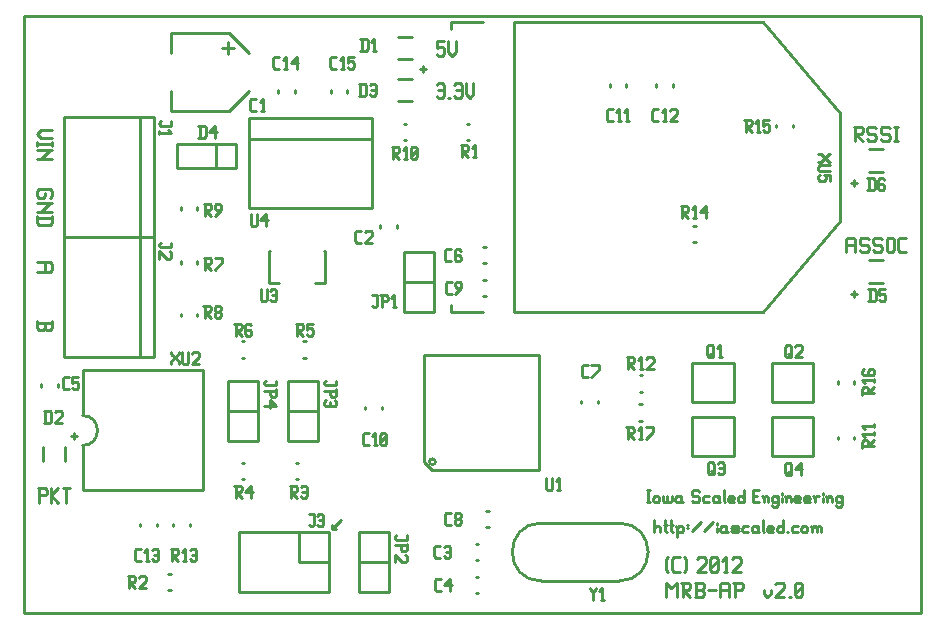
<source format=gbr>
G04 start of page 7 for group -4079 idx -4079 *
G04 Title: (unknown), topsilk *
G04 Creator: pcb 20110918 *
G04 CreationDate: Thu 28 Mar 2013 10:59:42 PM GMT UTC *
G04 For: railfan *
G04 Format: Gerber/RS-274X *
G04 PCB-Dimensions: 300000 200000 *
G04 PCB-Coordinate-Origin: lower left *
%MOIN*%
%FSLAX25Y25*%
%LNTOPSILK*%
%ADD87C,0.0100*%
G54D87*X500Y199500D02*Y500D01*
X17000Y60500D02*Y58500D01*
X16000Y59500D02*X18000D01*
X500Y199500D02*X299500D01*
X133500Y183000D02*Y181000D01*
X103000Y28500D02*Y30000D01*
Y28500D02*X104500D01*
X103000D02*X106000Y31500D01*
X500Y500D02*X299500D01*
X132500Y182000D02*X134500D01*
X277000Y145000D02*Y143000D01*
X276000Y144000D02*X278000D01*
X299500Y500D02*Y199500D01*
X277000Y108000D02*Y106000D01*
X276000Y107000D02*X278000D01*
X247000Y8340D02*Y7120D01*
X248220Y5900D01*
X249440Y7120D01*
Y8340D02*Y7120D01*
X250904Y10170D02*X251514Y10780D01*
X253344D01*
X253954Y10170D01*
Y8950D01*
X250904Y5900D02*X253954Y8950D01*
X250904Y5900D02*X253954D01*
X255418D02*X256028D01*
X257492Y6510D02*X258102Y5900D01*
X257492Y10170D02*Y6510D01*
Y10170D02*X258102Y10780D01*
X259322D01*
X259932Y10170D01*
Y6510D01*
X259322Y5900D02*X259932Y6510D01*
X258102Y5900D02*X259322D01*
X257492Y7120D02*X259932Y9560D01*
X274500Y125170D02*Y120900D01*
Y125170D02*X275110Y125780D01*
X276940D01*
X277550Y125170D01*
Y120900D01*
X274500Y123340D02*X277550D01*
X281454Y125780D02*X282064Y125170D01*
X279624Y125780D02*X281454D01*
X279014Y125170D02*X279624Y125780D01*
X279014Y125170D02*Y123950D01*
X279624Y123340D01*
X281454D01*
X282064Y122730D01*
Y121510D01*
X281454Y120900D02*X282064Y121510D01*
X279624Y120900D02*X281454D01*
X279014Y121510D02*X279624Y120900D01*
X285968Y125780D02*X286578Y125170D01*
X284138Y125780D02*X285968D01*
X283528Y125170D02*X284138Y125780D01*
X283528Y125170D02*Y123950D01*
X284138Y123340D01*
X285968D01*
X286578Y122730D01*
Y121510D01*
X285968Y120900D02*X286578Y121510D01*
X284138Y120900D02*X285968D01*
X283528Y121510D02*X284138Y120900D01*
X288042Y125170D02*Y121510D01*
Y125170D02*X288652Y125780D01*
X289872D01*
X290482Y125170D01*
Y121510D01*
X289872Y120900D02*X290482Y121510D01*
X288652Y120900D02*X289872D01*
X288042Y121510D02*X288652Y120900D01*
X292556D02*X294386D01*
X291946Y121510D02*X292556Y120900D01*
X291946Y125170D02*Y121510D01*
Y125170D02*X292556Y125780D01*
X294386D01*
X6120Y161500D02*X9780D01*
X6120D02*X4900Y160280D01*
X6120Y159060D01*
X9780D01*
Y157596D02*Y156376D01*
X4900Y156986D02*X9780D01*
X4900Y157596D02*Y156376D01*
Y154912D02*X9780D01*
X9170D02*X9780D01*
X9170D02*X6120Y151862D01*
X4900D02*X9780D01*
Y139560D02*X9170Y138950D01*
X9780Y141390D02*Y139560D01*
X9170Y142000D02*X9780Y141390D01*
X5510Y142000D02*X9170D01*
X5510D02*X4900Y141390D01*
Y139560D01*
X5510Y138950D01*
X6730D01*
X7340Y139560D02*X6730Y138950D01*
X7340Y140780D02*Y139560D01*
X4900Y137486D02*X9780D01*
X9170D02*X9780D01*
X9170D02*X6120Y134436D01*
X4900D02*X9780D01*
X4900Y132362D02*X9780D01*
Y130532D02*X9170Y129922D01*
X5510D02*X9170D01*
X4900Y130532D02*X5510Y129922D01*
X4900Y132972D02*Y130532D01*
X9780Y132972D02*Y130532D01*
X5610Y42280D02*Y37400D01*
X5000Y42280D02*X7440D01*
X8050Y41670D01*
Y40450D01*
X7440Y39840D02*X8050Y40450D01*
X5610Y39840D02*X7440D01*
X9514Y42280D02*Y37400D01*
Y39840D02*X11954Y42280D01*
X9514Y39840D02*X11954Y37400D01*
X13418Y42280D02*X15858D01*
X14638D02*Y37400D01*
X4900Y98000D02*Y95560D01*
X5510Y94950D01*
X6730D01*
X7340Y95560D02*X6730Y94950D01*
X7340Y97390D02*Y95560D01*
X4900Y97390D02*X9780D01*
Y98000D02*Y95560D01*
X9170Y94950D01*
X7950D02*X9170D01*
X7340Y95560D02*X7950Y94950D01*
X4900Y117500D02*X9170D01*
X9780Y116890D01*
Y115060D01*
X9170Y114450D01*
X4900D02*X9170D01*
X7340Y117500D02*Y114450D01*
X138000Y176670D02*X138610Y177280D01*
X139830D01*
X140440Y176670D01*
Y173010D01*
X139830Y172400D02*X140440Y173010D01*
X138610Y172400D02*X139830D01*
X138000Y173010D02*X138610Y172400D01*
Y174840D02*X140440D01*
X141904Y172400D02*X142514D01*
X143978Y176670D02*X144588Y177280D01*
X145808D01*
X146418Y176670D01*
Y173010D01*
X145808Y172400D02*X146418Y173010D01*
X144588Y172400D02*X145808D01*
X143978Y173010D02*X144588Y172400D01*
Y174840D02*X146418D01*
X147882Y177280D02*Y173620D01*
X149102Y172400D01*
X150322Y173620D01*
Y177280D02*Y173620D01*
X138000Y191280D02*X140440D01*
X138000D02*Y188840D01*
X138610Y189450D01*
X139830D01*
X140440Y188840D01*
Y187010D01*
X139830Y186400D02*X140440Y187010D01*
X138610Y186400D02*X139830D01*
X138000Y187010D02*X138610Y186400D01*
X141904Y191280D02*Y187620D01*
X143124Y186400D01*
X144344Y187620D01*
Y191280D02*Y187620D01*
X210500Y31500D02*Y27500D01*
Y29000D02*X211000Y29500D01*
X212000D01*
X212500Y29000D01*
Y27500D01*
X214200Y31500D02*Y28000D01*
X214700Y27500D01*
X213700Y30000D02*X214700D01*
X216200Y31500D02*Y28000D01*
X216700Y27500D01*
X215700Y30000D02*X216700D01*
X218200Y29000D02*Y26000D01*
X217700Y29500D02*X218200Y29000D01*
X218700Y29500D01*
X219700D01*
X220200Y29000D01*
Y28000D01*
X219700Y27500D02*X220200Y28000D01*
X218700Y27500D02*X219700D01*
X218200Y28000D02*X218700Y27500D01*
X221400Y30000D02*X221900D01*
X221400Y29000D02*X221900D01*
X223100Y28000D02*X226100Y31000D01*
X227300Y28000D02*X230300Y31000D01*
X231500Y30500D02*Y30000D01*
Y29000D02*Y27500D01*
X234000Y29500D02*X234500Y29000D01*
X233000Y29500D02*X234000D01*
X232500Y29000D02*X233000Y29500D01*
X232500Y29000D02*Y28000D01*
X233000Y27500D01*
X234500Y29500D02*Y28000D01*
X235000Y27500D01*
X233000D02*X234000D01*
X234500Y28000D01*
X236700Y27500D02*X238200D01*
X238700Y28000D01*
X238200Y28500D02*X238700Y28000D01*
X236700Y28500D02*X238200D01*
X236200Y29000D02*X236700Y28500D01*
X236200Y29000D02*X236700Y29500D01*
X238200D01*
X238700Y29000D01*
X236200Y28000D02*X236700Y27500D01*
X240400Y29500D02*X241900D01*
X239900Y29000D02*X240400Y29500D01*
X239900Y29000D02*Y28000D01*
X240400Y27500D01*
X241900D01*
X244600Y29500D02*X245100Y29000D01*
X243600Y29500D02*X244600D01*
X243100Y29000D02*X243600Y29500D01*
X243100Y29000D02*Y28000D01*
X243600Y27500D01*
X245100Y29500D02*Y28000D01*
X245600Y27500D01*
X243600D02*X244600D01*
X245100Y28000D01*
X246800Y31500D02*Y28000D01*
X247300Y27500D01*
X248800D02*X250300D01*
X248300Y28000D02*X248800Y27500D01*
X248300Y29000D02*Y28000D01*
Y29000D02*X248800Y29500D01*
X249800D01*
X250300Y29000D01*
X248300Y28500D02*X250300D01*
Y29000D02*Y28500D01*
X253500Y31500D02*Y27500D01*
X253000D02*X253500Y28000D01*
X252000Y27500D02*X253000D01*
X251500Y28000D02*X252000Y27500D01*
X251500Y29000D02*Y28000D01*
Y29000D02*X252000Y29500D01*
X253000D01*
X253500Y29000D01*
X254700Y27500D02*X255200D01*
X256900Y29500D02*X258400D01*
X256400Y29000D02*X256900Y29500D01*
X256400Y29000D02*Y28000D01*
X256900Y27500D01*
X258400D01*
X259600Y29000D02*Y28000D01*
Y29000D02*X260100Y29500D01*
X261100D01*
X261600Y29000D01*
Y28000D01*
X261100Y27500D02*X261600Y28000D01*
X260100Y27500D02*X261100D01*
X259600Y28000D02*X260100Y27500D01*
X263300Y29000D02*Y27500D01*
Y29000D02*X263800Y29500D01*
X264300D01*
X264800Y29000D01*
Y27500D01*
Y29000D02*X265300Y29500D01*
X265800D01*
X266300Y29000D01*
Y27500D01*
X262800Y29500D02*X263300Y29000D01*
X214414Y10780D02*Y5900D01*
Y10780D02*X216244Y8950D01*
X218074Y10780D01*
Y5900D01*
X219538Y10780D02*X221978D01*
X222588Y10170D01*
Y8950D01*
X221978Y8340D02*X222588Y8950D01*
X220148Y8340D02*X221978D01*
X220148Y10780D02*Y5900D01*
Y8340D02*X222588Y5900D01*
X224052D02*X226492D01*
X227102Y6510D01*
Y7730D02*Y6510D01*
X226492Y8340D02*X227102Y7730D01*
X224662Y8340D02*X226492D01*
X224662Y10780D02*Y5900D01*
X224052Y10780D02*X226492D01*
X227102Y10170D01*
Y8950D01*
X226492Y8340D02*X227102Y8950D01*
X228566Y8340D02*X231006D01*
X232470Y10170D02*Y5900D01*
Y10170D02*X233080Y10780D01*
X234910D01*
X235520Y10170D01*
Y5900D01*
X232470Y8340D02*X235520D01*
X237594Y10780D02*Y5900D01*
X236984Y10780D02*X239424D01*
X240034Y10170D01*
Y8950D01*
X239424Y8340D02*X240034Y8950D01*
X237594Y8340D02*X239424D01*
X214500Y15010D02*X215110Y14400D01*
X214500Y18670D02*X215110Y19280D01*
X214500Y18670D02*Y15010D01*
X217184Y14400D02*X219014D01*
X216574Y15010D02*X217184Y14400D01*
X216574Y18670D02*Y15010D01*
Y18670D02*X217184Y19280D01*
X219014D01*
X220478D02*X221088Y18670D01*
Y15010D01*
X220478Y14400D02*X221088Y15010D01*
X224748Y18670D02*X225358Y19280D01*
X227188D01*
X227798Y18670D01*
Y17450D01*
X224748Y14400D02*X227798Y17450D01*
X224748Y14400D02*X227798D01*
X229262Y15010D02*X229872Y14400D01*
X229262Y18670D02*Y15010D01*
Y18670D02*X229872Y19280D01*
X231092D01*
X231702Y18670D01*
Y15010D01*
X231092Y14400D02*X231702Y15010D01*
X229872Y14400D02*X231092D01*
X229262Y15620D02*X231702Y18060D01*
X233776Y14400D02*X234996D01*
X234386Y19280D02*Y14400D01*
X233166Y18060D02*X234386Y19280D01*
X236460Y18670D02*X237070Y19280D01*
X238900D01*
X239510Y18670D01*
Y17450D01*
X236460Y14400D02*X239510Y17450D01*
X236460Y14400D02*X239510D01*
X277000Y162780D02*X279440D01*
X280050Y162170D01*
Y160950D01*
X279440Y160340D02*X280050Y160950D01*
X277610Y160340D02*X279440D01*
X277610Y162780D02*Y157900D01*
Y160340D02*X280050Y157900D01*
X283954Y162780D02*X284564Y162170D01*
X282124Y162780D02*X283954D01*
X281514Y162170D02*X282124Y162780D01*
X281514Y162170D02*Y160950D01*
X282124Y160340D01*
X283954D01*
X284564Y159730D01*
Y158510D01*
X283954Y157900D02*X284564Y158510D01*
X282124Y157900D02*X283954D01*
X281514Y158510D02*X282124Y157900D01*
X288468Y162780D02*X289078Y162170D01*
X286638Y162780D02*X288468D01*
X286028Y162170D02*X286638Y162780D01*
X286028Y162170D02*Y160950D01*
X286638Y160340D01*
X288468D01*
X289078Y159730D01*
Y158510D01*
X288468Y157900D02*X289078Y158510D01*
X286638Y157900D02*X288468D01*
X286028Y158510D02*X286638Y157900D01*
X290542Y162780D02*X291762D01*
X291152D02*Y157900D01*
X290542D02*X291762D01*
X208000Y41500D02*X209000D01*
X208500D02*Y37500D01*
X208000D02*X209000D01*
X210200Y39000D02*Y38000D01*
Y39000D02*X210700Y39500D01*
X211700D01*
X212200Y39000D01*
Y38000D01*
X211700Y37500D02*X212200Y38000D01*
X210700Y37500D02*X211700D01*
X210200Y38000D02*X210700Y37500D01*
X213400Y39500D02*Y38000D01*
X213900Y37500D01*
X214400D01*
X214900Y38000D01*
Y39500D02*Y38000D01*
X215400Y37500D01*
X215900D01*
X216400Y38000D01*
Y39500D02*Y38000D01*
X219100Y39500D02*X219600Y39000D01*
X218100Y39500D02*X219100D01*
X217600Y39000D02*X218100Y39500D01*
X217600Y39000D02*Y38000D01*
X218100Y37500D01*
X219600Y39500D02*Y38000D01*
X220100Y37500D01*
X218100D02*X219100D01*
X219600Y38000D01*
X225100Y41500D02*X225600Y41000D01*
X223600Y41500D02*X225100D01*
X223100Y41000D02*X223600Y41500D01*
X223100Y41000D02*Y40000D01*
X223600Y39500D01*
X225100D01*
X225600Y39000D01*
Y38000D01*
X225100Y37500D02*X225600Y38000D01*
X223600Y37500D02*X225100D01*
X223100Y38000D02*X223600Y37500D01*
X227300Y39500D02*X228800D01*
X226800Y39000D02*X227300Y39500D01*
X226800Y39000D02*Y38000D01*
X227300Y37500D01*
X228800D01*
X231500Y39500D02*X232000Y39000D01*
X230500Y39500D02*X231500D01*
X230000Y39000D02*X230500Y39500D01*
X230000Y39000D02*Y38000D01*
X230500Y37500D01*
X232000Y39500D02*Y38000D01*
X232500Y37500D01*
X230500D02*X231500D01*
X232000Y38000D01*
X233700Y41500D02*Y38000D01*
X234200Y37500D01*
X235700D02*X237200D01*
X235200Y38000D02*X235700Y37500D01*
X235200Y39000D02*Y38000D01*
Y39000D02*X235700Y39500D01*
X236700D01*
X237200Y39000D01*
X235200Y38500D02*X237200D01*
Y39000D02*Y38500D01*
X240400Y41500D02*Y37500D01*
X239900D02*X240400Y38000D01*
X238900Y37500D02*X239900D01*
X238400Y38000D02*X238900Y37500D01*
X238400Y39000D02*Y38000D01*
Y39000D02*X238900Y39500D01*
X239900D01*
X240400Y39000D01*
X243400Y39500D02*X244900D01*
X243400Y37500D02*X245400D01*
X243400Y41500D02*Y37500D01*
Y41500D02*X245400D01*
X247100Y39000D02*Y37500D01*
Y39000D02*X247600Y39500D01*
X248100D01*
X248600Y39000D01*
Y37500D01*
X246600Y39500D02*X247100Y39000D01*
X251300Y39500D02*X251800Y39000D01*
X250300Y39500D02*X251300D01*
X249800Y39000D02*X250300Y39500D01*
X249800Y39000D02*Y38000D01*
X250300Y37500D01*
X251300D01*
X251800Y38000D01*
X249800Y36500D02*X250300Y36000D01*
X251300D01*
X251800Y36500D01*
Y39500D02*Y36500D01*
X253000Y40500D02*Y40000D01*
Y39000D02*Y37500D01*
X254500Y39000D02*Y37500D01*
Y39000D02*X255000Y39500D01*
X255500D01*
X256000Y39000D01*
Y37500D01*
X254000Y39500D02*X254500Y39000D01*
X257700Y37500D02*X259200D01*
X257200Y38000D02*X257700Y37500D01*
X257200Y39000D02*Y38000D01*
Y39000D02*X257700Y39500D01*
X258700D01*
X259200Y39000D01*
X257200Y38500D02*X259200D01*
Y39000D02*Y38500D01*
X260900Y37500D02*X262400D01*
X260400Y38000D02*X260900Y37500D01*
X260400Y39000D02*Y38000D01*
Y39000D02*X260900Y39500D01*
X261900D01*
X262400Y39000D01*
X260400Y38500D02*X262400D01*
Y39000D02*Y38500D01*
X264100Y39000D02*Y37500D01*
Y39000D02*X264600Y39500D01*
X265600D01*
X263600D02*X264100Y39000D01*
X266800Y40500D02*Y40000D01*
Y39000D02*Y37500D01*
X268300Y39000D02*Y37500D01*
Y39000D02*X268800Y39500D01*
X269300D01*
X269800Y39000D01*
Y37500D01*
X267800Y39500D02*X268300Y39000D01*
X272500Y39500D02*X273000Y39000D01*
X271500Y39500D02*X272500D01*
X271000Y39000D02*X271500Y39500D01*
X271000Y39000D02*Y38000D01*
X271500Y37500D01*
X272500D01*
X273000Y38000D01*
X271000Y36500D02*X271500Y36000D01*
X272500D01*
X273000Y36500D01*
Y39500D02*Y36500D01*
X125138Y171260D02*X129862D01*
X125138Y178740D02*X129862D01*
X108255Y174893D02*Y174107D01*
X102745Y174893D02*Y174107D01*
X66500Y189000D02*X70500D01*
X68500Y191000D02*Y187000D01*
X68996Y193992D02*X75492Y187496D01*
X68996Y168008D02*X75492Y174504D01*
X49508Y193992D02*X68996D01*
X49508Y168008D02*X68996D01*
X49508Y174504D02*Y168008D01*
Y193992D02*Y187496D01*
X90755Y174893D02*Y174107D01*
X85245Y174893D02*Y174107D01*
X125138Y185260D02*X129862D01*
X125138Y192740D02*X129862D01*
X256755Y163393D02*Y162607D01*
X251245Y163393D02*Y162607D01*
X282138Y155240D02*X286862D01*
X282138Y147760D02*X286862D01*
X282138Y118240D02*X286862D01*
X282138Y110760D02*X286862D01*
X272414Y167417D02*Y131197D01*
X246705Y101000D02*X272414Y131197D01*
X246705Y197614D02*X272414Y167417D01*
X163713Y197614D02*Y101000D01*
X142714Y103307D02*Y101000D01*
X153496D01*
X142714Y195307D02*Y197614D01*
X153496D01*
X163713Y101000D02*X246705D01*
X163713Y197614D02*X246705D01*
X216755Y176850D02*Y176064D01*
X211245Y176850D02*Y176064D01*
X201255Y176850D02*Y176064D01*
X195745Y176850D02*Y176064D01*
X153650Y111755D02*X154436D01*
X153650Y106245D02*X154436D01*
X148107Y163755D02*X148893D01*
X148107Y158245D02*X148893D01*
X127107Y163755D02*X127893D01*
X127107Y158245D02*X127893D01*
X82250Y121401D02*X82429D01*
X100571D02*X100750D01*
X82250Y110771D02*X85500D01*
X97500D02*X100750D01*
X82250Y121401D02*Y110771D01*
X100750Y121401D02*Y110771D01*
X58255Y117936D02*Y117150D01*
X52745Y117936D02*Y117150D01*
Y135850D02*Y135064D01*
X58255Y135850D02*Y135064D01*
X75500Y135500D02*Y165500D01*
X116500D02*Y135500D01*
X75500Y158500D02*X116500D01*
Y165500D02*X75500D01*
X116500Y135500D02*X75500D01*
X13700Y126000D02*X43700D01*
X13700Y166000D02*X43700D01*
X39300D02*Y126000D01*
X43700Y166000D02*Y126000D01*
X13700Y166000D02*Y126000D01*
X55755Y30393D02*Y29607D01*
X50245Y30393D02*Y29607D01*
X48607Y8202D02*X49393D01*
X48607Y13712D02*X49393D01*
X44755Y30393D02*Y29607D01*
X39245Y30393D02*Y29607D01*
X114245Y69350D02*Y68564D01*
X119755Y69350D02*Y68564D01*
X98500Y68000D02*Y78000D01*
X88500Y68000D02*X98500D01*
Y78000D02*X88500D01*
X98500Y58000D02*Y78000D01*
X88500Y58000D02*X98500D01*
X88500Y78000D02*Y58000D01*
X78500Y68000D02*Y78000D01*
X68500Y68000D02*X78500D01*
Y78000D02*X68500D01*
X78500Y58000D02*Y78000D01*
X68500Y58000D02*X78500D01*
X68500Y78000D02*Y58000D01*
X6288Y76850D02*Y76064D01*
X11798Y76850D02*Y76064D01*
X14240Y55905D02*Y51181D01*
X6760Y55905D02*Y51181D01*
X20000Y81500D02*Y66500D01*
Y56500D02*Y41500D01*
Y81500D02*X60000D01*
Y41500D01*
X20000D02*X60000D01*
X20000Y56500D02*G75*G03X20000Y66500I0J5000D01*G01*
X92000Y17500D02*X102000D01*
X92000Y27500D02*Y17500D01*
X102000Y27500D02*Y7500D01*
X72000D02*X102000D01*
X72000Y27500D02*Y7500D01*
Y27500D02*X102000D01*
X91107Y50755D02*X91893D01*
X91107Y45245D02*X91893D01*
X73107Y50755D02*X73893D01*
X73107Y45245D02*X73893D01*
X122000Y17500D02*Y27500D01*
X112000Y17500D02*X122000D01*
Y27500D02*X112000D01*
X122000Y7500D02*Y27500D01*
X112000Y7500D02*X122000D01*
X112000Y27500D02*Y7500D01*
X153650Y122755D02*X154436D01*
X153650Y117245D02*X154436D01*
X223607Y129755D02*X224393D01*
X223607Y124245D02*X224393D01*
X127000Y111000D02*Y101000D01*
Y111000D02*X137000D01*
X127000Y101000D02*X137000D01*
X127000Y121000D02*Y101000D01*
Y121000D02*X137000D01*
Y101000D01*
X124755Y129936D02*Y129150D01*
X119245Y129936D02*Y129150D01*
X154564Y29245D02*X155350D01*
X154564Y34755D02*X155350D01*
X136615Y48215D02*X133715Y51115D01*
X136615Y48215D02*X172285D01*
Y86785D02*Y48215D01*
X133715Y86785D02*X172285D01*
X133715D02*Y51115D01*
X136615Y50115D02*G75*G03X136615Y50115I0J1000D01*G01*
X191755Y71393D02*Y70607D01*
X186245Y71393D02*Y70607D01*
X64500Y157000D02*Y149000D01*
X51600Y157000D02*Y149000D01*
X71300Y157000D02*Y149000D01*
X51600D02*X71300D01*
X51600Y157000D02*X71300D01*
X58255Y100350D02*Y99564D01*
X52745Y100350D02*Y99564D01*
X13700Y86000D02*X43700D01*
X13700Y126000D02*X43700D01*
X39300D02*Y86000D01*
X43700Y126000D02*Y86000D01*
X13700Y126000D02*Y86000D01*
X93607Y85745D02*X94393D01*
X93607Y91255D02*X94393D01*
X73107D02*X73893D01*
X73107Y85745D02*X73893D01*
X249700Y83900D02*Y71100D01*
Y83900D02*X263600D01*
Y71100D01*
X249700D02*X263600D01*
X249700Y65900D02*Y53100D01*
Y65900D02*X263600D01*
Y53100D01*
X249700D02*X263600D01*
X271745Y77936D02*Y77150D01*
X277255Y77936D02*Y77150D01*
X271745Y59436D02*Y58650D01*
X277255Y59436D02*Y58650D01*
X223200Y83900D02*Y71100D01*
Y83900D02*X237100D01*
Y71100D01*
X223200D02*X237100D01*
X205751Y74427D02*X206537D01*
X205751Y79937D02*X206537D01*
X151064Y23755D02*X151850D01*
X151064Y18245D02*X151850D01*
X172902Y30646D02*X198886D01*
X172902Y11354D02*X198886D01*
G75*G03X198886Y30646I0J9646D01*G01*
X172902D02*G75*G03X172902Y11354I0J-9646D01*G01*
X223200Y65900D02*Y53100D01*
Y65900D02*X237100D01*
Y53100D01*
X223200D02*X237100D01*
X205564Y64745D02*X206350D01*
X205564Y70255D02*X206350D01*
X151107Y12755D02*X151893D01*
X151107Y7245D02*X151893D01*
X112500Y177000D02*Y173000D01*
X114000Y177000D02*X114500Y176500D01*
Y173500D01*
X114000Y173000D02*X114500Y173500D01*
X112000Y173000D02*X114000D01*
X112000Y177000D02*X114000D01*
X115700Y176500D02*X116200Y177000D01*
X117200D01*
X117700Y176500D01*
Y173500D01*
X117200Y173000D02*X117700Y173500D01*
X116200Y173000D02*X117200D01*
X115700Y173500D02*X116200Y173000D01*
Y175000D02*X117700D01*
X76314Y168000D02*X77814D01*
X75814Y168500D02*X76314Y168000D01*
X75814Y171500D02*Y168500D01*
Y171500D02*X76314Y172000D01*
X77814D01*
X79514Y168000D02*X80514D01*
X80014Y172000D02*Y168000D01*
X79014Y171000D02*X80014Y172000D01*
X103000Y182000D02*X104500D01*
X102500Y182500D02*X103000Y182000D01*
X102500Y185500D02*Y182500D01*
Y185500D02*X103000Y186000D01*
X104500D01*
X106200Y182000D02*X107200D01*
X106700Y186000D02*Y182000D01*
X105700Y185000D02*X106700Y186000D01*
X108400D02*X110400D01*
X108400D02*Y184000D01*
X108900Y184500D01*
X109900D01*
X110400Y184000D01*
Y182500D01*
X109900Y182000D02*X110400Y182500D01*
X108900Y182000D02*X109900D01*
X108400Y182500D02*X108900Y182000D01*
X84000D02*X85500D01*
X83500Y182500D02*X84000Y182000D01*
X83500Y185500D02*Y182500D01*
Y185500D02*X84000Y186000D01*
X85500D01*
X87200Y182000D02*X88200D01*
X87700Y186000D02*Y182000D01*
X86700Y185000D02*X87700Y186000D01*
X89400Y184000D02*X91400Y186000D01*
X89400Y184000D02*X91900D01*
X91400Y186000D02*Y182000D01*
X113000Y192000D02*Y188000D01*
X114500Y192000D02*X115000Y191500D01*
Y188500D01*
X114500Y188000D02*X115000Y188500D01*
X112500Y188000D02*X114500D01*
X112500Y192000D02*X114500D01*
X116700Y188000D02*X117700D01*
X117200Y192000D02*Y188000D01*
X116200Y191000D02*X117200Y192000D01*
X13850Y75193D02*X15350D01*
X13350Y75693D02*X13850Y75193D01*
X13350Y78693D02*Y75693D01*
Y78693D02*X13850Y79193D01*
X15350D01*
X16550D02*X18550D01*
X16550D02*Y77193D01*
X17050Y77693D01*
X18050D01*
X18550Y77193D01*
Y75693D01*
X18050Y75193D02*X18550Y75693D01*
X17050Y75193D02*X18050D01*
X16550Y75693D02*X17050Y75193D01*
X7543Y68000D02*Y64000D01*
X9043Y68000D02*X9543Y67500D01*
Y64500D01*
X9043Y64000D02*X9543Y64500D01*
X7043Y64000D02*X9043D01*
X7043Y68000D02*X9043D01*
X10743Y67500D02*X11243Y68000D01*
X12743D01*
X13243Y67500D01*
Y66500D01*
X10743Y64000D02*X13243Y66500D01*
X10743Y64000D02*X13243D01*
X35000Y12957D02*X37000D01*
X37500Y12457D01*
Y11457D01*
X37000Y10957D02*X37500Y11457D01*
X35500Y10957D02*X37000D01*
X35500Y12957D02*Y8957D01*
Y10957D02*X37500Y8957D01*
X38700Y12457D02*X39200Y12957D01*
X40700D01*
X41200Y12457D01*
Y11457D01*
X38700Y8957D02*X41200Y11457D01*
X38700Y8957D02*X41200D01*
X37850Y18064D02*X39350D01*
X37350Y18564D02*X37850Y18064D01*
X37350Y21564D02*Y18564D01*
Y21564D02*X37850Y22064D01*
X39350D01*
X41050Y18064D02*X42050D01*
X41550Y22064D02*Y18064D01*
X40550Y21064D02*X41550Y22064D01*
X43250Y21564D02*X43750Y22064D01*
X44750D01*
X45250Y21564D01*
Y18564D01*
X44750Y18064D02*X45250Y18564D01*
X43750Y18064D02*X44750D01*
X43250Y18564D02*X43750Y18064D01*
Y20064D02*X45250D01*
X240592Y165150D02*X242592D01*
X243092Y164650D01*
Y163650D01*
X242592Y163150D02*X243092Y163650D01*
X241092Y163150D02*X242592D01*
X241092Y165150D02*Y161150D01*
Y163150D02*X243092Y161150D01*
X244792D02*X245792D01*
X245292Y165150D02*Y161150D01*
X244292Y164150D02*X245292Y165150D01*
X246992D02*X248992D01*
X246992D02*Y163150D01*
X247492Y163650D01*
X248492D01*
X248992Y163150D01*
Y161650D01*
X248492Y161150D02*X248992Y161650D01*
X247492Y161150D02*X248492D01*
X246992Y161650D02*X247492Y161150D01*
X146000Y156500D02*X148000D01*
X148500Y156000D01*
Y155000D01*
X148000Y154500D02*X148500Y155000D01*
X146500Y154500D02*X148000D01*
X146500Y156500D02*Y152500D01*
Y154500D02*X148500Y152500D01*
X150200D02*X151200D01*
X150700Y156500D02*Y152500D01*
X149700Y155500D02*X150700Y156500D01*
X141579Y107020D02*X143079D01*
X141079Y107520D02*X141579Y107020D01*
X141079Y110520D02*Y107520D01*
Y110520D02*X141579Y111020D01*
X143079D01*
X144279Y107020D02*X146279Y109020D01*
Y110520D02*Y109020D01*
X145779Y111020D02*X146279Y110520D01*
X144779Y111020D02*X145779D01*
X144279Y110520D02*X144779Y111020D01*
X144279Y110520D02*Y109520D01*
X144779Y109020D01*
X146279D01*
X210350Y164607D02*X211850D01*
X209850Y165107D02*X210350Y164607D01*
X209850Y168107D02*Y165107D01*
Y168107D02*X210350Y168607D01*
X211850D01*
X213550Y164607D02*X214550D01*
X214050Y168607D02*Y164607D01*
X213050Y167607D02*X214050Y168607D01*
X215750Y168107D02*X216250Y168607D01*
X217750D01*
X218250Y168107D01*
Y167107D01*
X215750Y164607D02*X218250Y167107D01*
X215750Y164607D02*X218250D01*
X195221Y164564D02*X196721D01*
X194721Y165064D02*X195221Y164564D01*
X194721Y168064D02*Y165064D01*
Y168064D02*X195221Y168564D01*
X196721D01*
X198421Y164564D02*X199421D01*
X198921Y168564D02*Y164564D01*
X197921Y167564D02*X198921Y168564D01*
X201121Y164564D02*X202121D01*
X201621Y168564D02*Y164564D01*
X200621Y167564D02*X201621Y168564D01*
X186893Y79193D02*X188393D01*
X186393Y79693D02*X186893Y79193D01*
X186393Y82693D02*Y79693D01*
Y82693D02*X186893Y83193D01*
X188393D01*
X189593Y79193D02*X192093Y81693D01*
Y83193D02*Y81693D01*
X189593Y83193D02*X192093D01*
X254200Y89400D02*Y86400D01*
Y89400D02*X254700Y89900D01*
X255700D01*
X256200Y89400D01*
Y86400D01*
X255700Y85900D02*X256200Y86400D01*
X254700Y85900D02*X255700D01*
X254200Y86400D02*X254700Y85900D01*
X255200Y86900D02*X256200Y85900D01*
X257400Y89400D02*X257900Y89900D01*
X259400D01*
X259900Y89400D01*
Y88400D01*
X257400Y85900D02*X259900Y88400D01*
X257400Y85900D02*X259900D01*
X228300Y89600D02*Y86600D01*
Y89600D02*X228800Y90100D01*
X229800D01*
X230300Y89600D01*
Y86600D01*
X229800Y86100D02*X230300Y86600D01*
X228800Y86100D02*X229800D01*
X228300Y86600D02*X228800Y86100D01*
X229300Y87100D02*X230300Y86100D01*
X232000D02*X233000D01*
X232500Y90100D02*Y86100D01*
X231500Y89100D02*X232500Y90100D01*
X201494Y85832D02*X203494D01*
X203994Y85332D01*
Y84332D01*
X203494Y83832D02*X203994Y84332D01*
X201994Y83832D02*X203494D01*
X201994Y85832D02*Y81832D01*
Y83832D02*X203994Y81832D01*
X205694D02*X206694D01*
X206194Y85832D02*Y81832D01*
X205194Y84832D02*X206194Y85832D01*
X207894Y85332D02*X208394Y85832D01*
X209894D01*
X210394Y85332D01*
Y84332D01*
X207894Y81832D02*X210394Y84332D01*
X207894Y81832D02*X210394D01*
X141307Y117978D02*X142807D01*
X140807Y118478D02*X141307Y117978D01*
X140807Y121478D02*Y118478D01*
Y121478D02*X141307Y121978D01*
X142807D01*
X145507D02*X146007Y121478D01*
X144507Y121978D02*X145507D01*
X144007Y121478D02*X144507Y121978D01*
X144007Y121478D02*Y118478D01*
X144507Y117978D01*
X145507Y119978D02*X146007Y119478D01*
X144007Y119978D02*X145507D01*
X144507Y117978D02*X145507D01*
X146007Y118478D01*
Y119478D02*Y118478D01*
X219393Y136193D02*X221393D01*
X221893Y135693D01*
Y134693D01*
X221393Y134193D02*X221893Y134693D01*
X219893Y134193D02*X221393D01*
X219893Y136193D02*Y132193D01*
Y134193D02*X221893Y132193D01*
X223593D02*X224593D01*
X224093Y136193D02*Y132193D01*
X223093Y135193D02*X224093Y136193D01*
X225793Y134193D02*X227793Y136193D01*
X225793Y134193D02*X228293D01*
X227793Y136193D02*Y132193D01*
X49500Y124000D02*Y122500D01*
X46000D02*X49500D01*
X45500Y123000D02*X46000Y122500D01*
X45500Y123500D02*Y123000D01*
X46000Y124000D02*X45500Y123500D01*
X49000Y121300D02*X49500Y120800D01*
Y119300D01*
X49000Y118800D01*
X48000D02*X49000D01*
X45500Y121300D02*X48000Y118800D01*
X45500Y121300D02*Y118800D01*
X111436Y124150D02*X112936D01*
X110936Y124650D02*X111436Y124150D01*
X110936Y127650D02*Y124650D01*
Y127650D02*X111436Y128150D01*
X112936D01*
X114136Y127650D02*X114636Y128150D01*
X116136D01*
X116636Y127650D01*
Y126650D01*
X114136Y124150D02*X116636Y126650D01*
X114136Y124150D02*X116636D01*
X76000Y133500D02*Y130000D01*
X76500Y129500D01*
X77500D01*
X78000Y130000D01*
Y133500D02*Y130000D01*
X79200Y131500D02*X81200Y133500D01*
X79200Y131500D02*X81700D01*
X81200Y133500D02*Y129500D01*
X113893Y56650D02*X115393D01*
X113393Y57150D02*X113893Y56650D01*
X113393Y60150D02*Y57150D01*
Y60150D02*X113893Y60650D01*
X115393D01*
X117093Y56650D02*X118093D01*
X117593Y60650D02*Y56650D01*
X116593Y59650D02*X117593Y60650D01*
X119293Y57150D02*X119793Y56650D01*
X119293Y60150D02*Y57150D01*
Y60150D02*X119793Y60650D01*
X120793D01*
X121293Y60150D01*
Y57150D01*
X120793Y56650D02*X121293Y57150D01*
X119793Y56650D02*X120793D01*
X119293Y57650D02*X121293Y59650D01*
X104500Y78000D02*Y76500D01*
X101000D02*X104500D01*
X100500Y77000D02*X101000Y76500D01*
X100500Y77500D02*Y77000D01*
X101000Y78000D02*X100500Y77500D01*
Y74800D02*X104500D01*
Y75300D02*Y73300D01*
X104000Y72800D01*
X103000D02*X104000D01*
X102500Y73300D02*X103000Y72800D01*
X102500Y74800D02*Y73300D01*
X104000Y71600D02*X104500Y71100D01*
Y70100D01*
X104000Y69600D01*
X101000D02*X104000D01*
X100500Y70100D02*X101000Y69600D01*
X100500Y71100D02*Y70100D01*
X101000Y71600D02*X100500Y71100D01*
X102500D02*Y69600D01*
X84500Y78000D02*Y76500D01*
X81000D02*X84500D01*
X80500Y77000D02*X81000Y76500D01*
X80500Y77500D02*Y77000D01*
X81000Y78000D02*X80500Y77500D01*
Y74800D02*X84500D01*
Y75300D02*Y73300D01*
X84000Y72800D01*
X83000D02*X84000D01*
X82500Y73300D02*X83000Y72800D01*
X82500Y74800D02*Y73300D01*
Y71600D02*X84500Y69600D01*
X82500Y71600D02*Y69100D01*
X80500Y69600D02*X84500D01*
X95500Y33500D02*X97000D01*
Y30000D01*
X96500Y29500D02*X97000Y30000D01*
X96000Y29500D02*X96500D01*
X95500Y30000D02*X96000Y29500D01*
X98200Y33000D02*X98700Y33500D01*
X99700D01*
X100200Y33000D01*
Y30000D01*
X99700Y29500D02*X100200Y30000D01*
X98700Y29500D02*X99700D01*
X98200Y30000D02*X98700Y29500D01*
Y31500D02*X100200D01*
X89000Y43000D02*X91000D01*
X91500Y42500D01*
Y41500D01*
X91000Y41000D02*X91500Y41500D01*
X89500Y41000D02*X91000D01*
X89500Y43000D02*Y39000D01*
Y41000D02*X91500Y39000D01*
X92700Y42500D02*X93200Y43000D01*
X94200D01*
X94700Y42500D01*
Y39500D01*
X94200Y39000D02*X94700Y39500D01*
X93200Y39000D02*X94200D01*
X92700Y39500D02*X93200Y39000D01*
Y41000D02*X94700D01*
X128000Y26500D02*Y25000D01*
X124500D02*X128000D01*
X124000Y25500D02*X124500Y25000D01*
X124000Y26000D02*Y25500D01*
X124500Y26500D02*X124000Y26000D01*
Y23300D02*X128000D01*
Y23800D02*Y21800D01*
X127500Y21300D01*
X126500D02*X127500D01*
X126000Y21800D02*X126500Y21300D01*
X126000Y23300D02*Y21800D01*
X127500Y20100D02*X128000Y19600D01*
Y18100D01*
X127500Y17600D01*
X126500D02*X127500D01*
X124000Y20100D02*X126500Y17600D01*
X124000Y20100D02*Y17600D01*
X60307Y103150D02*X62307D01*
X62807Y102650D01*
Y101650D01*
X62307Y101150D02*X62807Y101650D01*
X60807Y101150D02*X62307D01*
X60807Y103150D02*Y99150D01*
Y101150D02*X62807Y99150D01*
X64007Y99650D02*X64507Y99150D01*
X64007Y100650D02*Y99650D01*
Y100650D02*X64507Y101150D01*
X65507D01*
X66007Y100650D01*
Y99650D01*
X65507Y99150D02*X66007Y99650D01*
X64507Y99150D02*X65507D01*
X64007Y101650D02*X64507Y101150D01*
X64007Y102650D02*Y101650D01*
Y102650D02*X64507Y103150D01*
X65507D01*
X66007Y102650D01*
Y101650D01*
X65507Y101150D02*X66007Y101650D01*
X91000Y97000D02*X93000D01*
X93500Y96500D01*
Y95500D01*
X93000Y95000D02*X93500Y95500D01*
X91500Y95000D02*X93000D01*
X91500Y97000D02*Y93000D01*
Y95000D02*X93500Y93000D01*
X94700Y97000D02*X96700D01*
X94700D02*Y95000D01*
X95200Y95500D01*
X96200D01*
X96700Y95000D01*
Y93500D01*
X96200Y93000D02*X96700Y93500D01*
X95200Y93000D02*X96200D01*
X94700Y93500D02*X95200Y93000D01*
X79342Y108500D02*Y105000D01*
X79842Y104500D01*
X80842D01*
X81342Y105000D01*
Y108500D02*Y105000D01*
X82542Y108000D02*X83042Y108500D01*
X84042D01*
X84542Y108000D01*
Y105000D01*
X84042Y104500D02*X84542Y105000D01*
X83042Y104500D02*X84042D01*
X82542Y105000D02*X83042Y104500D01*
Y106500D02*X84542D01*
X70500Y97000D02*X72500D01*
X73000Y96500D01*
Y95500D01*
X72500Y95000D02*X73000Y95500D01*
X71000Y95000D02*X72500D01*
X71000Y97000D02*Y93000D01*
Y95000D02*X73000Y93000D01*
X75700Y97000D02*X76200Y96500D01*
X74700Y97000D02*X75700D01*
X74200Y96500D02*X74700Y97000D01*
X74200Y96500D02*Y93500D01*
X74700Y93000D01*
X75700Y95000D02*X76200Y94500D01*
X74200Y95000D02*X75700D01*
X74700Y93000D02*X75700D01*
X76200Y93500D01*
Y94500D02*Y93500D01*
X49500Y87500D02*Y87000D01*
X52000Y84500D01*
Y83500D01*
X49500Y84500D02*Y83500D01*
Y84500D02*X52000Y87000D01*
Y87500D02*Y87000D01*
X53200Y87500D02*Y84000D01*
X53700Y83500D01*
X54700D01*
X55200Y84000D01*
Y87500D02*Y84000D01*
X56400Y87000D02*X56900Y87500D01*
X58400D01*
X58900Y87000D01*
Y86000D01*
X56400Y83500D02*X58900Y86000D01*
X56400Y83500D02*X58900D01*
X70500Y43000D02*X72500D01*
X73000Y42500D01*
Y41500D01*
X72500Y41000D02*X73000Y41500D01*
X71000Y41000D02*X72500D01*
X71000Y43000D02*Y39000D01*
Y41000D02*X73000Y39000D01*
X74200Y41000D02*X76200Y43000D01*
X74200Y41000D02*X76700D01*
X76200Y43000D02*Y39000D01*
X49436Y22150D02*X51436D01*
X51936Y21650D01*
Y20650D01*
X51436Y20150D02*X51936Y20650D01*
X49936Y20150D02*X51436D01*
X49936Y22150D02*Y18150D01*
Y20150D02*X51936Y18150D01*
X53636D02*X54636D01*
X54136Y22150D02*Y18150D01*
X53136Y21150D02*X54136Y22150D01*
X55836Y21650D02*X56336Y22150D01*
X57336D01*
X57836Y21650D01*
Y18650D01*
X57336Y18150D02*X57836Y18650D01*
X56336Y18150D02*X57336D01*
X55836Y18650D02*X56336Y18150D01*
Y20150D02*X57836D01*
X116500Y106500D02*X118000D01*
Y103000D01*
X117500Y102500D02*X118000Y103000D01*
X117000Y102500D02*X117500D01*
X116500Y103000D02*X117000Y102500D01*
X119700Y106500D02*Y102500D01*
X119200Y106500D02*X121200D01*
X121700Y106000D01*
Y105000D01*
X121200Y104500D02*X121700Y105000D01*
X119700Y104500D02*X121200D01*
X123400Y102500D02*X124400D01*
X123900Y106500D02*Y102500D01*
X122900Y105500D02*X123900Y106500D01*
X59000Y163000D02*Y159000D01*
X60500Y163000D02*X61000Y162500D01*
Y159500D01*
X60500Y159000D02*X61000Y159500D01*
X58500Y159000D02*X60500D01*
X58500Y163000D02*X60500D01*
X62200Y161000D02*X64200Y163000D01*
X62200Y161000D02*X64700D01*
X64200Y163000D02*Y159000D01*
X60436Y119150D02*X62436D01*
X62936Y118650D01*
Y117650D01*
X62436Y117150D02*X62936Y117650D01*
X60936Y117150D02*X62436D01*
X60936Y119150D02*Y115150D01*
Y117150D02*X62936Y115150D01*
X64136D02*X66636Y117650D01*
Y119150D02*Y117650D01*
X64136Y119150D02*X66636D01*
X60350Y137150D02*X62350D01*
X62850Y136650D01*
Y135650D01*
X62350Y135150D02*X62850Y135650D01*
X60850Y135150D02*X62350D01*
X60850Y137150D02*Y133150D01*
Y135150D02*X62850Y133150D01*
X64050D02*X66050Y135150D01*
Y136650D02*Y135150D01*
X65550Y137150D02*X66050Y136650D01*
X64550Y137150D02*X65550D01*
X64050Y136650D02*X64550Y137150D01*
X64050Y136650D02*Y135650D01*
X64550Y135150D01*
X66050D01*
X123000Y156000D02*X125000D01*
X125500Y155500D01*
Y154500D01*
X125000Y154000D02*X125500Y154500D01*
X123500Y154000D02*X125000D01*
X123500Y156000D02*Y152000D01*
Y154000D02*X125500Y152000D01*
X127200D02*X128200D01*
X127700Y156000D02*Y152000D01*
X126700Y155000D02*X127700Y156000D01*
X129400Y152500D02*X129900Y152000D01*
X129400Y155500D02*Y152500D01*
Y155500D02*X129900Y156000D01*
X130900D01*
X131400Y155500D01*
Y152500D01*
X130900Y152000D02*X131400Y152500D01*
X129900Y152000D02*X130900D01*
X129400Y153000D02*X131400Y155000D01*
X49500Y164500D02*Y163000D01*
X46000D02*X49500D01*
X45500Y163500D02*X46000Y163000D01*
X45500Y164000D02*Y163500D01*
X46000Y164500D02*X45500Y164000D01*
Y161300D02*Y160300D01*
Y160800D02*X49500D01*
X48500Y161800D02*X49500Y160800D01*
X141307Y30150D02*X142807D01*
X140807Y30650D02*X141307Y30150D01*
X140807Y33650D02*Y30650D01*
Y33650D02*X141307Y34150D01*
X142807D01*
X144007Y30650D02*X144507Y30150D01*
X144007Y31650D02*Y30650D01*
Y31650D02*X144507Y32150D01*
X145507D01*
X146007Y31650D01*
Y30650D01*
X145507Y30150D02*X146007Y30650D01*
X144507Y30150D02*X145507D01*
X144007Y32650D02*X144507Y32150D01*
X144007Y33650D02*Y32650D01*
Y33650D02*X144507Y34150D01*
X145507D01*
X146007Y33650D01*
Y32650D01*
X145507Y32150D02*X146007Y32650D01*
X137828Y19000D02*X139328D01*
X137328Y19500D02*X137828Y19000D01*
X137328Y22500D02*Y19500D01*
Y22500D02*X137828Y23000D01*
X139328D01*
X140528Y22500D02*X141028Y23000D01*
X142028D01*
X142528Y22500D01*
Y19500D01*
X142028Y19000D02*X142528Y19500D01*
X141028Y19000D02*X142028D01*
X140528Y19500D02*X141028Y19000D01*
Y21000D02*X142528D01*
X189051Y9000D02*Y8500D01*
X190051Y7500D01*
X191051Y8500D01*
Y9000D02*Y8500D01*
X190051Y7500D02*Y5000D01*
X192751D02*X193751D01*
X193251Y9000D02*Y5000D01*
X192251Y8000D02*X193251Y9000D01*
X174500Y45500D02*Y42000D01*
X175000Y41500D01*
X176000D01*
X176500Y42000D01*
Y45500D02*Y42000D01*
X178200Y41500D02*X179200D01*
X178700Y45500D02*Y41500D01*
X177700Y44500D02*X178700Y45500D01*
X137871Y8000D02*X139371D01*
X137371Y8500D02*X137871Y8000D01*
X137371Y11500D02*Y8500D01*
Y11500D02*X137871Y12000D01*
X139371D01*
X140571Y10000D02*X142571Y12000D01*
X140571Y10000D02*X143071D01*
X142571Y12000D02*Y8000D01*
X268811Y153606D02*X269311D01*
X268811D02*X266311Y151106D01*
X265311D02*X266311D01*
X265311Y153606D02*X266311D01*
X268811Y151106D01*
X269311D01*
X265811Y149906D02*X269311D01*
X265811D02*X265311Y149406D01*
Y148406D01*
X265811Y147906D01*
X269311D01*
Y146706D02*Y144706D01*
X267311Y146706D02*X269311D01*
X267311D02*X267811Y146206D01*
Y145206D01*
X267311Y144706D01*
X265811D02*X267311D01*
X265311Y145206D02*X265811Y144706D01*
X265311Y146206D02*Y145206D01*
X265811Y146706D02*X265311Y146206D01*
X282040Y145650D02*Y141650D01*
X283540Y145650D02*X284040Y145150D01*
Y142150D01*
X283540Y141650D02*X284040Y142150D01*
X281540Y141650D02*X283540D01*
X281540Y145650D02*X283540D01*
X286740D02*X287240Y145150D01*
X285740Y145650D02*X286740D01*
X285240Y145150D02*X285740Y145650D01*
X285240Y145150D02*Y142150D01*
X285740Y141650D01*
X286740Y143650D02*X287240Y143150D01*
X285240Y143650D02*X286740D01*
X285740Y141650D02*X286740D01*
X287240Y142150D01*
Y143150D02*Y142150D01*
X282350Y108650D02*Y104650D01*
X283850Y108650D02*X284350Y108150D01*
Y105150D01*
X283850Y104650D02*X284350Y105150D01*
X281850Y104650D02*X283850D01*
X281850Y108650D02*X283850D01*
X285550D02*X287550D01*
X285550D02*Y106650D01*
X286050Y107150D01*
X287050D01*
X287550Y106650D01*
Y105150D01*
X287050Y104650D02*X287550Y105150D01*
X286050Y104650D02*X287050D01*
X285550Y105150D02*X286050Y104650D01*
X279850Y75479D02*Y73479D01*
Y75479D02*X280350Y75979D01*
X281350D01*
X281850Y75479D02*X281350Y75979D01*
X281850Y75479D02*Y73979D01*
X279850D02*X283850D01*
X281850D02*X283850Y75979D01*
Y78679D02*Y77679D01*
X279850Y78179D02*X283850D01*
X280850Y77179D02*X279850Y78179D01*
Y81379D02*X280350Y81879D01*
X279850Y81379D02*Y80379D01*
X280350Y79879D02*X279850Y80379D01*
X280350Y79879D02*X283350D01*
X283850Y80379D01*
X281850Y81379D02*X282350Y81879D01*
X281850Y81379D02*Y79879D01*
X283850Y81379D02*Y80379D01*
Y81379D02*X283350Y81879D01*
X282350D02*X283350D01*
X279936Y57721D02*Y55721D01*
Y57721D02*X280436Y58221D01*
X281436D01*
X281936Y57721D02*X281436Y58221D01*
X281936Y57721D02*Y56221D01*
X279936D02*X283936D01*
X281936D02*X283936Y58221D01*
Y60921D02*Y59921D01*
X279936Y60421D02*X283936D01*
X280936Y59421D02*X279936Y60421D01*
X283936Y63621D02*Y62621D01*
X279936Y63121D02*X283936D01*
X280936Y62121D02*X279936Y63121D01*
X228488Y50348D02*Y47348D01*
Y50348D02*X228988Y50848D01*
X229988D01*
X230488Y50348D01*
Y47348D01*
X229988Y46848D02*X230488Y47348D01*
X228988Y46848D02*X229988D01*
X228488Y47348D02*X228988Y46848D01*
X229488Y47848D02*X230488Y46848D01*
X231688Y50348D02*X232188Y50848D01*
X233188D01*
X233688Y50348D01*
Y47348D01*
X233188Y46848D02*X233688Y47348D01*
X232188Y46848D02*X233188D01*
X231688Y47348D02*X232188Y46848D01*
Y48848D02*X233688D01*
X254188Y50248D02*Y47248D01*
Y50248D02*X254688Y50748D01*
X255688D01*
X256188Y50248D01*
Y47248D01*
X255688Y46748D02*X256188Y47248D01*
X254688Y46748D02*X255688D01*
X254188Y47248D02*X254688Y46748D01*
X255188Y47748D02*X256188Y46748D01*
X257388Y48748D02*X259388Y50748D01*
X257388Y48748D02*X259888D01*
X259388Y50748D02*Y46748D01*
X201307Y62650D02*X203307D01*
X203807Y62150D01*
Y61150D01*
X203307Y60650D02*X203807Y61150D01*
X201807Y60650D02*X203307D01*
X201807Y62650D02*Y58650D01*
Y60650D02*X203807Y58650D01*
X205507D02*X206507D01*
X206007Y62650D02*Y58650D01*
X205007Y61650D02*X206007Y62650D01*
X207707Y58650D02*X210207Y61150D01*
Y62650D02*Y61150D01*
X207707Y62650D02*X210207D01*
M02*

</source>
